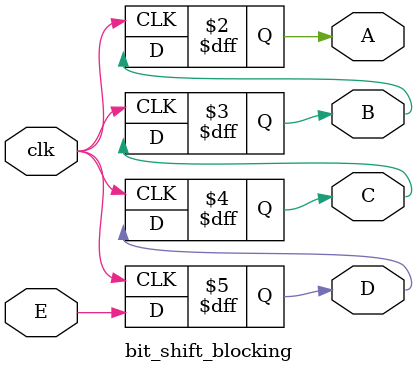
<source format=v>
module bit_shift_blocking(A, B, C, D, E, clk);
  output A, B, C, D;
  input E, clk;

  reg A, B, C, D;

  always @(posedge clk) begin
    A = B;
    B = C;
    C = D;
    D = E;
  end
endmodule


</source>
